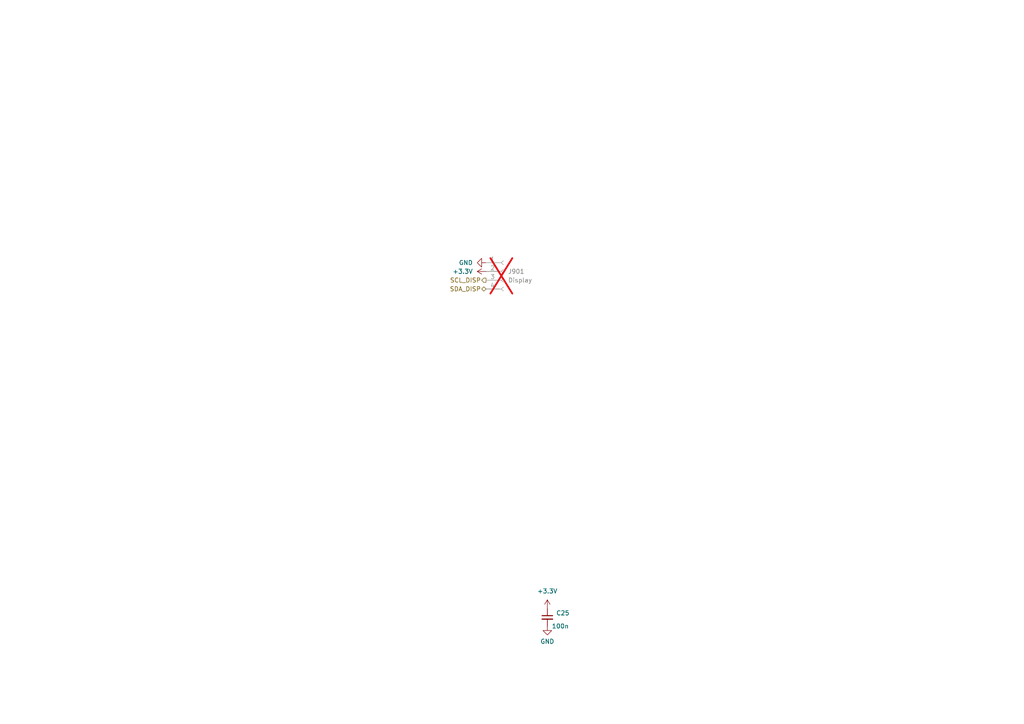
<source format=kicad_sch>
(kicad_sch (version 20231120) (generator "eeschema") (generator_version "8.0")
  (paper "A4")
  (title_block (date "2023-08-10"))
  (lib_symbols
    (symbol "Connector:Conn_01x04_Socket" (pin_names (offset 1.016) hide)
      (property "Reference" "J" (at 0 5.08 0))
      (property "Value" "Conn_01x04_Socket" (at 0 -7.62 0))
      (symbol "Conn_01x04_Socket_1_1"
        (arc (start 0 -4.572) (mid -0.5058 -5.08) (end 0 -5.588) (stroke (width 0.1524)))
        (arc (start 0 -2.032) (mid -0.5058 -2.54) (end 0 -3.048) (stroke (width 0.1524)))
        (polyline (pts (xy -1.27 -5.08) (xy -0.508 -5.08)) (stroke (width 0.1524)))
        (polyline (pts (xy -1.27 -2.54) (xy -0.508 -2.54)) (stroke (width 0.1524)))
        (polyline (pts (xy -1.27 0) (xy -0.508 0)) (stroke (width 0.1524)))
        (polyline (pts (xy -1.27 2.54) (xy -0.508 2.54)) (stroke (width 0.1524)))
        (arc (start 0 0.508) (mid -0.5058 0) (end 0 -0.508) (stroke (width 0.1524)))
        (arc (start 0 3.048) (mid -0.5058 2.54) (end 0 2.032) (stroke (width 0.1524)))
        (pin passive line (at -5.08 2.54 0) (length 3.81) (name "Pin_1") (number "1"))
        (pin passive line (at -5.08 0 0) (length 3.81) (name "Pin_2") (number "2"))
        (pin passive line (at -5.08 -2.54 0) (length 3.81) (name "Pin_3") (number "3"))
        (pin passive line (at -5.08 -5.08 0) (length 3.81) (name "Pin_4") (number "4"))
      )
    )
    (symbol "Device:C_Small" (pin_numbers hide) (pin_names (offset 0.254) hide)
      (property "Reference" "C" (at 0.254 1.778 0))
      (property "Value" "C_Small" (at 0.254 -2.032 0))
      (symbol "C_Small_0_1"
        (polyline (pts (xy -1.524 -0.508) (xy 1.524 -0.508)) (stroke (width 0.3302)))
        (polyline (pts (xy -1.524 0.508) (xy 1.524 0.508)) (stroke (width 0.3048)))
      )
      (symbol "C_Small_1_1"
        (pin passive line (at 0 2.54 270) (length 2.032) (name "~") (number "1"))
        (pin passive line (at 0 -2.54 90) (length 2.032) (name "~") (number "2"))
      )
    )
    (symbol "power:+3.3V" (power) (pin_names (offset 0))
      (property "Value" "+3.3V" (at 0 3.556 0))
      (symbol "+3.3V_0_1"
        (polyline (pts (xy -0.762 1.27) (xy 0 2.54)))
        (polyline (pts (xy 0 0) (xy 0 2.54)))
        (polyline (pts (xy 0 2.54) (xy 0.762 1.27)))
      )
      (symbol "+3.3V_1_1"
        (pin power_in line (at 0 0 90) (length 0) hide (name "+3.3V") (number "1"))
      )
    )
    (symbol "power:GND" (power) (pin_names (offset 0))
      (property "Value" "GND" (at 0 -3.81 0))
      (symbol "GND_0_1"
        (polyline (pts (xy 0 0) (xy 0 -1.27) (xy 1.27 -1.27) (xy 0 -2.54) (xy -1.27 -1.27) (xy 0 -1.27)))
      )
      (symbol "GND_1_1"
        (pin power_in line (at 0 0 270) (length 0) hide (name "GND") (number "1"))
      )
    )
  )
  (hierarchical_label "SDA_DISP" (shape bidirectional) (at 140.97 83.82 180))
  (hierarchical_label "SCL_DISP" (shape output) (at 140.97 81.28 180))
  (symbol (lib_id "power:+3.3V") (at 140.97 78.74 90) (unit 1)
    (property "Reference" "#PWR0902" (effects (hide yes)))
    (property "Value" "+3.3V" (at 137.16 78.74 90) (effects (justify left)))
  )
  (symbol (lib_id "power:GND") (at 158.75 181.61 0) (unit 1)
    (property "Reference" "#PWR0904" (effects (hide yes)))
    (property "Value" "GND" (at 158.75 186.055 0))
  )
  (symbol (lib_id "Connector:Conn_01x04_Socket") (at 146.05 78.74 0) (unit 1) (in_bom no) (dnp yes)
    (property "Reference" "J901" (at 147.32 78.74 0) (effects (justify left)))
    (property "Value" "Display" (at 147.32 81.28 0) (effects (justify left)))
    (property "Footprint" "A_Connector:Header_1x04_P2.54_Male" (effects (hide yes)))
  )
  (symbol (lib_id "power:GND") (at 140.97 76.2 270) (unit 1)
    (property "Reference" "#PWR0901" (effects (hide yes)))
    (property "Value" "GND" (at 137.16 76.2 90) (effects (justify right)))
  )
  (symbol (lib_id "power:+3.3V") (at 158.75 176.53 0) (unit 1)
    (property "Reference" "#PWR0903" (effects (hide yes)))
    (property "Value" "+3.3V" (at 158.75 171.45 0))
  )
  (symbol (lib_id "Device:C_Small") (at 158.75 179.07 0) (unit 1)
    (property "Reference" "C25" (at 161.29 177.8062 0) (effects (justify left)))
    (property "Value" "100n" (at 160.02 181.61 0) (effects (justify left)))
    (property "Footprint" "A_Device:C_0603" (effects (hide yes)))
    (property "LCSC" "C14663" (effects (hide yes)))
    (instances (project "NIKOLA-02-E-001_PCAScannerController_R1" (path "" (reference "C25") (unit 1))) (project "Nice-Buoy-V1_1" (path "" (reference "C901") (unit 1))))
  )
)
</source>
